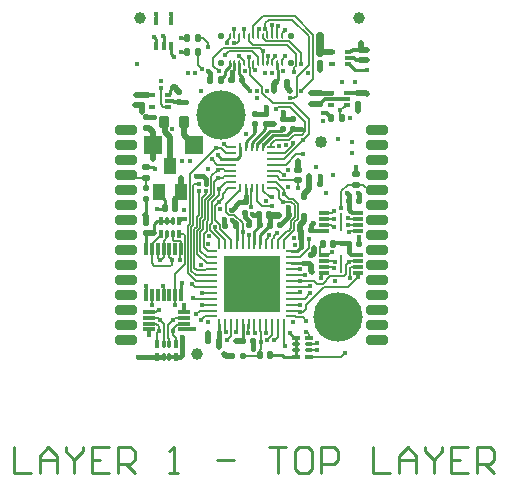
<source format=gtl>
G04*
G04 #@! TF.GenerationSoftware,Altium Limited,Altium Designer,20.1.11 (218)*
G04*
G04 Layer_Physical_Order=1*
G04 Layer_Color=255*
%FSLAX25Y25*%
%MOIN*%
G70*
G04*
G04 #@! TF.SameCoordinates,49FD3369-56E0-4B66-BF1D-E122077B7428*
G04*
G04*
G04 #@! TF.FilePolarity,Positive*
G04*
G01*
G75*
%ADD10C,0.00984*%
%ADD11C,0.01000*%
%ADD15C,0.00500*%
%ADD16R,0.03504X0.01181*%
%ADD17R,0.00787X0.06299*%
%ADD18R,0.03937X0.05512*%
G04:AMPARAMS|DCode=19|XSize=27.56mil|YSize=20.08mil|CornerRadius=5.02mil|HoleSize=0mil|Usage=FLASHONLY|Rotation=90.000|XOffset=0mil|YOffset=0mil|HoleType=Round|Shape=RoundedRectangle|*
%AMROUNDEDRECTD19*
21,1,0.02756,0.01004,0,0,90.0*
21,1,0.01752,0.02008,0,0,90.0*
1,1,0.01004,0.00502,0.00876*
1,1,0.01004,0.00502,-0.00876*
1,1,0.01004,-0.00502,-0.00876*
1,1,0.01004,-0.00502,0.00876*
%
%ADD19ROUNDEDRECTD19*%
G04:AMPARAMS|DCode=20|XSize=22.05mil|YSize=20.08mil|CornerRadius=5.02mil|HoleSize=0mil|Usage=FLASHONLY|Rotation=180.000|XOffset=0mil|YOffset=0mil|HoleType=Round|Shape=RoundedRectangle|*
%AMROUNDEDRECTD20*
21,1,0.02205,0.01004,0,0,180.0*
21,1,0.01201,0.02008,0,0,180.0*
1,1,0.01004,-0.00600,0.00502*
1,1,0.01004,0.00600,0.00502*
1,1,0.01004,0.00600,-0.00502*
1,1,0.01004,-0.00600,-0.00502*
%
%ADD20ROUNDEDRECTD20*%
G04:AMPARAMS|DCode=21|XSize=25.59mil|YSize=15.75mil|CornerRadius=3.94mil|HoleSize=0mil|Usage=FLASHONLY|Rotation=180.000|XOffset=0mil|YOffset=0mil|HoleType=Round|Shape=RoundedRectangle|*
%AMROUNDEDRECTD21*
21,1,0.02559,0.00787,0,0,180.0*
21,1,0.01772,0.01575,0,0,180.0*
1,1,0.00787,-0.00886,0.00394*
1,1,0.00787,0.00886,0.00394*
1,1,0.00787,0.00886,-0.00394*
1,1,0.00787,-0.00886,-0.00394*
%
%ADD21ROUNDEDRECTD21*%
G04:AMPARAMS|DCode=22|XSize=25.59mil|YSize=11.81mil|CornerRadius=2.95mil|HoleSize=0mil|Usage=FLASHONLY|Rotation=180.000|XOffset=0mil|YOffset=0mil|HoleType=Round|Shape=RoundedRectangle|*
%AMROUNDEDRECTD22*
21,1,0.02559,0.00591,0,0,180.0*
21,1,0.01968,0.01181,0,0,180.0*
1,1,0.00591,-0.00984,0.00295*
1,1,0.00591,0.00984,0.00295*
1,1,0.00591,0.00984,-0.00295*
1,1,0.00591,-0.00984,-0.00295*
%
%ADD22ROUNDEDRECTD22*%
G04:AMPARAMS|DCode=23|XSize=25.59mil|YSize=19.68mil|CornerRadius=1.97mil|HoleSize=0mil|Usage=FLASHONLY|Rotation=90.000|XOffset=0mil|YOffset=0mil|HoleType=Round|Shape=RoundedRectangle|*
%AMROUNDEDRECTD23*
21,1,0.02559,0.01575,0,0,90.0*
21,1,0.02165,0.01968,0,0,90.0*
1,1,0.00394,0.00787,0.01083*
1,1,0.00394,0.00787,-0.01083*
1,1,0.00394,-0.00787,-0.01083*
1,1,0.00394,-0.00787,0.01083*
%
%ADD23ROUNDEDRECTD23*%
%ADD24R,0.02165X0.01575*%
G04:AMPARAMS|DCode=25|XSize=27.56mil|YSize=20.08mil|CornerRadius=5.02mil|HoleSize=0mil|Usage=FLASHONLY|Rotation=180.000|XOffset=0mil|YOffset=0mil|HoleType=Round|Shape=RoundedRectangle|*
%AMROUNDEDRECTD25*
21,1,0.02756,0.01004,0,0,180.0*
21,1,0.01752,0.02008,0,0,180.0*
1,1,0.01004,-0.00876,0.00502*
1,1,0.01004,0.00876,0.00502*
1,1,0.01004,0.00876,-0.00502*
1,1,0.01004,-0.00876,-0.00502*
%
%ADD25ROUNDEDRECTD25*%
G04:AMPARAMS|DCode=26|XSize=15.75mil|YSize=25.59mil|CornerRadius=1.97mil|HoleSize=0mil|Usage=FLASHONLY|Rotation=180.000|XOffset=0mil|YOffset=0mil|HoleType=Round|Shape=RoundedRectangle|*
%AMROUNDEDRECTD26*
21,1,0.01575,0.02165,0,0,180.0*
21,1,0.01181,0.02559,0,0,180.0*
1,1,0.00394,-0.00591,0.01083*
1,1,0.00394,0.00591,0.01083*
1,1,0.00394,0.00591,-0.01083*
1,1,0.00394,-0.00591,-0.01083*
%
%ADD26ROUNDEDRECTD26*%
G04:AMPARAMS|DCode=27|XSize=22.05mil|YSize=20.08mil|CornerRadius=5.02mil|HoleSize=0mil|Usage=FLASHONLY|Rotation=90.000|XOffset=0mil|YOffset=0mil|HoleType=Round|Shape=RoundedRectangle|*
%AMROUNDEDRECTD27*
21,1,0.02205,0.01004,0,0,90.0*
21,1,0.01201,0.02008,0,0,90.0*
1,1,0.01004,0.00502,0.00600*
1,1,0.01004,0.00502,-0.00600*
1,1,0.01004,-0.00502,-0.00600*
1,1,0.01004,-0.00502,0.00600*
%
%ADD27ROUNDEDRECTD27*%
%ADD28R,0.03937X0.01300*%
%ADD29R,0.01300X0.03937*%
%ADD30R,0.05906X0.05906*%
%ADD31R,0.18504X0.18504*%
%ADD32O,0.03740X0.00984*%
%ADD33O,0.00984X0.03740*%
G04:AMPARAMS|DCode=34|XSize=9.84mil|YSize=25.59mil|CornerRadius=1.23mil|HoleSize=0mil|Usage=FLASHONLY|Rotation=0.000|XOffset=0mil|YOffset=0mil|HoleType=Round|Shape=RoundedRectangle|*
%AMROUNDEDRECTD34*
21,1,0.00984,0.02313,0,0,0.0*
21,1,0.00738,0.02559,0,0,0.0*
1,1,0.00246,0.00369,-0.01157*
1,1,0.00246,-0.00369,-0.01157*
1,1,0.00246,-0.00369,0.01157*
1,1,0.00246,0.00369,0.01157*
%
%ADD34ROUNDEDRECTD34*%
G04:AMPARAMS|DCode=35|XSize=9.84mil|YSize=25.59mil|CornerRadius=1.23mil|HoleSize=0mil|Usage=FLASHONLY|Rotation=90.000|XOffset=0mil|YOffset=0mil|HoleType=Round|Shape=RoundedRectangle|*
%AMROUNDEDRECTD35*
21,1,0.00984,0.02313,0,0,90.0*
21,1,0.00738,0.02559,0,0,90.0*
1,1,0.00246,0.01157,0.00369*
1,1,0.00246,0.01157,-0.00369*
1,1,0.00246,-0.01157,-0.00369*
1,1,0.00246,-0.01157,0.00369*
%
%ADD35ROUNDEDRECTD35*%
G04:AMPARAMS|DCode=36|XSize=9.45mil|YSize=17.72mil|CornerRadius=2.36mil|HoleSize=0mil|Usage=FLASHONLY|Rotation=180.000|XOffset=0mil|YOffset=0mil|HoleType=Round|Shape=RoundedRectangle|*
%AMROUNDEDRECTD36*
21,1,0.00945,0.01299,0,0,180.0*
21,1,0.00472,0.01772,0,0,180.0*
1,1,0.00472,-0.00236,0.00650*
1,1,0.00472,0.00236,0.00650*
1,1,0.00472,0.00236,-0.00650*
1,1,0.00472,-0.00236,-0.00650*
%
%ADD36ROUNDEDRECTD36*%
G04:AMPARAMS|DCode=37|XSize=19.68mil|YSize=18.5mil|CornerRadius=4.63mil|HoleSize=0mil|Usage=FLASHONLY|Rotation=180.000|XOffset=0mil|YOffset=0mil|HoleType=Round|Shape=RoundedRectangle|*
%AMROUNDEDRECTD37*
21,1,0.01968,0.00925,0,0,180.0*
21,1,0.01043,0.01850,0,0,180.0*
1,1,0.00925,-0.00522,0.00463*
1,1,0.00925,0.00522,0.00463*
1,1,0.00925,0.00522,-0.00463*
1,1,0.00925,-0.00522,-0.00463*
%
%ADD37ROUNDEDRECTD37*%
G04:AMPARAMS|DCode=38|XSize=39.37mil|YSize=35.43mil|CornerRadius=4.43mil|HoleSize=0mil|Usage=FLASHONLY|Rotation=90.000|XOffset=0mil|YOffset=0mil|HoleType=Round|Shape=RoundedRectangle|*
%AMROUNDEDRECTD38*
21,1,0.03937,0.02657,0,0,90.0*
21,1,0.03051,0.03543,0,0,90.0*
1,1,0.00886,0.01329,0.01526*
1,1,0.00886,0.01329,-0.01526*
1,1,0.00886,-0.01329,-0.01526*
1,1,0.00886,-0.01329,0.01526*
%
%ADD38ROUNDEDRECTD38*%
G04:AMPARAMS|DCode=39|XSize=25.59mil|YSize=15.75mil|CornerRadius=3.94mil|HoleSize=0mil|Usage=FLASHONLY|Rotation=90.000|XOffset=0mil|YOffset=0mil|HoleType=Round|Shape=RoundedRectangle|*
%AMROUNDEDRECTD39*
21,1,0.02559,0.00787,0,0,90.0*
21,1,0.01772,0.01575,0,0,90.0*
1,1,0.00787,0.00394,0.00886*
1,1,0.00787,0.00394,-0.00886*
1,1,0.00787,-0.00394,-0.00886*
1,1,0.00787,-0.00394,0.00886*
%
%ADD39ROUNDEDRECTD39*%
G04:AMPARAMS|DCode=40|XSize=25.59mil|YSize=11.81mil|CornerRadius=2.95mil|HoleSize=0mil|Usage=FLASHONLY|Rotation=90.000|XOffset=0mil|YOffset=0mil|HoleType=Round|Shape=RoundedRectangle|*
%AMROUNDEDRECTD40*
21,1,0.02559,0.00591,0,0,90.0*
21,1,0.01968,0.01181,0,0,90.0*
1,1,0.00591,0.00295,0.00984*
1,1,0.00591,0.00295,-0.00984*
1,1,0.00591,-0.00295,-0.00984*
1,1,0.00591,-0.00295,0.00984*
%
%ADD40ROUNDEDRECTD40*%
%ADD41R,0.01575X0.01575*%
%ADD69C,0.04000*%
%ADD72C,0.03937*%
%ADD73C,0.00800*%
%ADD74C,0.01968*%
%ADD75C,0.01575*%
%ADD76C,0.01968*%
%ADD77C,0.01200*%
%ADD78C,0.01500*%
%ADD79C,0.00924*%
%ADD80C,0.01378*%
%ADD81C,0.00984*%
%ADD82C,0.02000*%
%ADD83C,0.01900*%
%ADD84C,0.01181*%
%ADD85C,0.01908*%
%ADD86C,0.02500*%
%ADD87C,0.00600*%
%ADD88C,0.00787*%
%ADD89C,0.02205*%
%ADD90C,0.00884*%
%ADD91C,0.01475*%
%ADD92C,0.00591*%
%ADD93C,0.01081*%
G04:AMPARAMS|DCode=94|XSize=31.5mil|YSize=70.87mil|CornerRadius=7.87mil|HoleSize=0mil|Usage=FLASHONLY|Rotation=270.000|XOffset=0mil|YOffset=0mil|HoleType=Round|Shape=RoundedRectangle|*
%AMROUNDEDRECTD94*
21,1,0.03150,0.05512,0,0,270.0*
21,1,0.01575,0.07087,0,0,270.0*
1,1,0.01575,-0.02756,-0.00787*
1,1,0.01575,-0.02756,0.00787*
1,1,0.01575,0.02756,0.00787*
1,1,0.01575,0.02756,-0.00787*
%
%ADD94ROUNDEDRECTD94*%
%ADD95C,0.16500*%
%ADD96C,0.01772*%
D10*
X57142Y38386D02*
X58542Y39787D01*
X55217Y38386D02*
X57142D01*
D11*
X12772Y52563D02*
X13011Y52802D01*
X10500Y52563D02*
X12772D01*
X6692Y66536D02*
X9212D01*
X9842Y65906D01*
X13011Y52802D02*
Y55530D01*
X10960Y57582D02*
X13011Y55530D01*
X10960Y57582D02*
Y58369D01*
X55913Y9933D02*
X56201Y9646D01*
X54700Y11200D02*
Y11200D01*
X55913Y9933D02*
Y9987D01*
X56692Y3347D02*
Y9646D01*
X54700Y11200D02*
X55913Y9987D01*
X14658Y90929D02*
Y92077D01*
X14102Y90642D02*
X14371D01*
X14658Y90929D01*
Y92077D02*
X15630Y93049D01*
X18342Y109406D02*
X20571D01*
X18342Y104907D02*
X20571D01*
X30800Y70400D02*
X30800D01*
X31909Y69291D01*
X35433D01*
X37099Y69299D02*
X37984Y70184D01*
X35441Y69299D02*
X37099D01*
X37984Y70184D02*
Y73220D01*
X37992Y73228D01*
X35433Y69291D02*
X35441Y69299D01*
X50070Y94906D02*
X50602Y95438D01*
X53740Y77131D02*
X55744Y79135D01*
X48997Y77131D02*
X53740D01*
X45866Y74000D02*
X48997Y77131D01*
X45866Y73228D02*
Y74000D01*
X55744Y79135D02*
X55842D01*
X35322Y98304D02*
X36220Y99202D01*
X35322Y98208D02*
Y98304D01*
X36688Y47048D02*
X37008Y46728D01*
X15630Y93049D02*
X15751D01*
X56201Y9646D02*
X56692D01*
X38976Y8465D02*
Y14272D01*
Y8465D02*
X38977Y8465D01*
X44882Y43955D02*
X47373Y46447D01*
X47437D01*
X47941Y46951D01*
Y47048D01*
X47940Y46950D02*
X47941Y46951D01*
Y47048D01*
X44882Y40847D02*
Y43955D01*
X42913Y40847D02*
Y45177D01*
X44685Y46948D01*
Y47048D01*
X37008Y42217D02*
Y46728D01*
X37795Y97467D02*
X38614Y96648D01*
X37795Y97467D02*
Y101083D01*
X36220Y99202D02*
Y101083D01*
X31614Y95406D02*
Y95779D01*
X33029Y97195D02*
Y98585D01*
X31614Y95779D02*
X33029Y97195D01*
X34646Y100202D02*
Y101083D01*
X33029Y98585D02*
X34646Y100202D01*
X6342Y50406D02*
X6692Y50756D01*
Y55906D01*
X52602Y3347D02*
X56692D01*
X52102Y3847D02*
X52602Y3347D01*
X48228Y3847D02*
X52102D01*
X6692Y23781D02*
Y26906D01*
X39960Y56924D02*
Y59449D01*
X9342Y44406D02*
Y47406D01*
X10362Y48426D01*
X11614D01*
X50393Y99095D02*
Y101083D01*
Y99095D02*
X50602Y98886D01*
Y95438D02*
Y98886D01*
X76322Y98906D02*
X80342D01*
X74290Y100938D02*
X76322Y98906D01*
X74000Y100938D02*
X74290D01*
X18503Y23781D02*
Y27567D01*
X18842Y27906D01*
X-37381Y-26774D02*
Y-35433D01*
X-31608D01*
X-28722D02*
Y-29661D01*
X-25836Y-26774D01*
X-22950Y-29661D01*
Y-35433D01*
Y-31104D01*
X-28722D01*
X-20063Y-26774D02*
Y-28218D01*
X-17177Y-31104D01*
X-14291Y-28218D01*
Y-26774D01*
X-17177Y-31104D02*
Y-35433D01*
X-5632Y-26774D02*
X-11405D01*
Y-35433D01*
X-5632D01*
X-11405Y-31104D02*
X-8518D01*
X-2746Y-35433D02*
Y-26774D01*
X1583D01*
X3026Y-28218D01*
Y-31104D01*
X1583Y-32547D01*
X-2746D01*
X140D02*
X3026Y-35433D01*
X14571D02*
X17457D01*
X16014D01*
Y-26774D01*
X14571Y-28218D01*
X30445Y-31104D02*
X36218D01*
X47763Y-26774D02*
X53535D01*
X50649D01*
Y-35433D01*
X60750Y-26774D02*
X57864D01*
X56421Y-28218D01*
Y-33990D01*
X57864Y-35433D01*
X60750D01*
X62194Y-33990D01*
Y-28218D01*
X60750Y-26774D01*
X65080Y-35433D02*
Y-26774D01*
X69409D01*
X70852Y-28218D01*
Y-31104D01*
X69409Y-32547D01*
X65080D01*
X82397Y-26774D02*
Y-35433D01*
X88169D01*
X91056D02*
Y-29661D01*
X93942Y-26774D01*
X96828Y-29661D01*
Y-35433D01*
Y-31104D01*
X91056D01*
X99714Y-26774D02*
Y-28218D01*
X102600Y-31104D01*
X105487Y-28218D01*
Y-26774D01*
X102600Y-31104D02*
Y-35433D01*
X114145Y-26774D02*
X108373D01*
Y-35433D01*
X114145D01*
X108373Y-31104D02*
X111259D01*
X117032Y-35433D02*
Y-26774D01*
X121361D01*
X122804Y-28218D01*
Y-31104D01*
X121361Y-32547D01*
X117032D01*
X119918D02*
X122804Y-35433D01*
D15*
X18142Y35506D02*
Y38850D01*
Y35428D02*
Y35506D01*
X7638Y18308D02*
X10220D01*
X10758Y18846D01*
X11100D01*
X18142Y38850D02*
X18504Y39212D01*
X18503D02*
Y41543D01*
X15748Y42231D02*
Y44095D01*
Y42231D02*
X16041Y41938D01*
X18108D01*
X18503Y41543D01*
X29635Y45660D02*
X33071Y42224D01*
X29635Y45660D02*
Y46699D01*
X33071Y40847D02*
Y42224D01*
X35039Y40847D02*
Y42110D01*
X31362Y45787D02*
Y47285D01*
Y45787D02*
X35039Y42110D01*
X29777Y53570D02*
X32284Y56077D01*
X57300Y62128D02*
X57436Y61993D01*
Y59700D02*
Y61993D01*
X51572Y62128D02*
X57300D01*
X50314Y63386D02*
X51572Y62128D01*
X48425Y63386D02*
X50314D01*
X21942Y27706D02*
X23073Y26575D01*
X28642D01*
X55800Y73887D02*
Y74671D01*
X55764Y74707D02*
X55800Y74671D01*
X53173Y71260D02*
X55800Y73887D01*
X48425Y71260D02*
X53173D01*
X39370Y110335D02*
Y112406D01*
X6692Y59449D02*
Y62993D01*
X52764Y69300D02*
X59064Y75600D01*
X59082D02*
X61100Y77618D01*
Y82476D01*
X59064Y75600D02*
X59082D01*
X48434Y69300D02*
X52764D01*
X56800Y70800D02*
X59064D01*
X40944Y99995D02*
Y101083D01*
Y103008D01*
X55936Y77236D02*
X58707D01*
X54400Y75700D02*
X55936Y77236D01*
X50741Y86541D02*
X54853D01*
X59900Y81493D01*
Y78429D02*
Y81493D01*
X58707Y77236D02*
X59900Y78429D01*
X55776Y87800D02*
X61100Y82476D01*
X53300Y67300D02*
X56800Y70800D01*
X16535Y20406D02*
Y30906D01*
X15748Y12008D02*
Y12599D01*
Y10434D02*
Y12008D01*
X61023Y9646D02*
Y10825D01*
X60142Y11706D02*
X61023Y10825D01*
X58558Y91906D02*
X62500Y95847D01*
X3781Y62993D02*
X6692D01*
X2955Y63819D02*
X3781Y62993D01*
X48938Y87800D02*
X55776D01*
X71516Y83504D02*
X72115Y82906D01*
X71500Y84283D02*
Y85500D01*
Y84283D02*
X71516Y84267D01*
Y83504D02*
Y84267D01*
X72667Y86667D02*
X73183D01*
X71500Y85500D02*
X71500D01*
X72667Y86667D01*
X73183D02*
X73720Y87205D01*
X74506Y44966D02*
X74875Y45335D01*
X74941D01*
X74543Y35043D02*
X77082D01*
X77350Y35312D01*
X73442Y33942D02*
X74543Y35043D01*
X73442Y30806D02*
Y33942D01*
X74642Y32829D02*
X75156Y33343D01*
X74642Y29606D02*
Y32829D01*
X75156Y33343D02*
X77350D01*
X67331Y37280D02*
X68063Y38013D01*
X66169Y37280D02*
X67331D01*
X68063Y38013D02*
X68560D01*
X68803Y38256D01*
X52756Y57548D02*
Y58844D01*
X50182Y61418D02*
X52756Y58844D01*
Y57548D02*
X54304Y56000D01*
X50787Y42356D02*
X51030Y42598D01*
X53330Y44933D02*
X53646Y45249D01*
X49392Y43556D02*
X50442Y44606D01*
X51030Y42633D02*
X53330Y44933D01*
X50787Y40847D02*
Y42356D01*
X51030Y42598D02*
Y42633D01*
X53330Y44933D02*
X53330D01*
X53646Y45249D02*
X54286D01*
X29777Y48871D02*
X31362Y47285D01*
X29777Y48871D02*
Y53570D01*
X45580Y53426D02*
X48628D01*
X48128Y56400D02*
X48900D01*
X51146Y65354D02*
X52700Y63800D01*
X45866Y58662D02*
X48128Y56400D01*
X47526Y43538D02*
X47769Y43782D01*
X47526Y42808D02*
Y43538D01*
X46850Y42132D02*
X47526Y42808D01*
X49392Y42956D02*
Y43556D01*
X48819Y42383D02*
X49392Y42956D01*
X40936Y40856D02*
X40945Y40847D01*
X40936Y40856D02*
Y43789D01*
X40928Y43798D02*
X40936Y43789D01*
X39000Y40870D02*
Y47872D01*
X49800Y75700D02*
X54400D01*
X36220Y110335D02*
Y112406D01*
X32700Y74200D02*
X33671Y73229D01*
X30100Y72800D02*
X31772D01*
X33312Y71260D01*
X33671Y73229D02*
X35432D01*
X54304Y56000D02*
X55600D01*
X57492Y54108D01*
X51121Y56279D02*
X52400Y55000D01*
X51121Y56279D02*
Y58529D01*
X50200Y59449D02*
X51121Y58529D01*
X29442Y61556D02*
X30832Y62946D01*
X28592Y54756D02*
X31092Y57256D01*
Y59256D01*
X33254Y61418D01*
X32284Y56077D02*
Y57548D01*
X34184Y59449D01*
X35432D01*
X50200Y86000D02*
X50741Y86541D01*
X54603Y89537D02*
X54612Y89546D01*
X56219D01*
X45423Y91315D02*
X48938Y87800D01*
X28442Y63455D02*
X30667Y65679D01*
X30867D01*
X45422Y91678D02*
X45423Y91678D01*
Y91315D02*
Y91678D01*
X45422Y91678D02*
Y93276D01*
X33312Y71260D02*
X35433D01*
X30072Y72800D02*
X30100D01*
X21522Y64251D02*
X30072Y72800D01*
X21522Y47549D02*
Y64251D01*
X28722Y69137D02*
X28722D01*
X30543Y67315D01*
X35425D01*
X35433Y67323D01*
X48448Y67300D02*
X53300D01*
X73971Y60635D02*
X79156D01*
X48425Y74325D02*
X49800Y75700D01*
X48425Y73228D02*
Y74325D01*
Y69291D02*
X48434Y69300D01*
X48425Y67323D02*
X48448Y67300D01*
X57492Y49356D02*
Y54108D01*
X48425Y61418D02*
X50182D01*
X56442Y49806D02*
Y53743D01*
X52400Y55000D02*
X55186D01*
X56442Y53743D01*
X48425Y59449D02*
X50200D01*
X48425Y65354D02*
X51146D01*
X54286Y45249D02*
X55152Y46116D01*
Y48516D01*
X56212Y45695D02*
Y48076D01*
X57492Y49356D01*
X55152Y48516D02*
X56442Y49806D01*
X52756Y42239D02*
X56212Y45695D01*
X45866Y58662D02*
Y59449D01*
X43897Y55108D02*
X45580Y53426D01*
X41914Y53177D02*
X41914Y53177D01*
Y59433D01*
X41929Y59449D01*
X43897Y55108D02*
Y59449D01*
X33407Y54230D02*
X37992Y58816D01*
X33407Y51618D02*
Y54230D01*
Y51618D02*
X34379Y50646D01*
X36226D01*
X28592Y47986D02*
Y54756D01*
X27532Y48715D02*
Y55176D01*
X26502Y49229D02*
Y55565D01*
X27942Y47336D02*
X28592Y47986D01*
X27942Y45707D02*
Y47336D01*
X26937Y45301D02*
Y48120D01*
X25892Y45749D02*
Y48619D01*
X24919Y44776D02*
X25892Y45749D01*
X24872Y46229D02*
Y49215D01*
X23919Y45276D02*
X24872Y46229D01*
X25422Y49765D02*
Y56096D01*
X24409Y50493D02*
Y58543D01*
X23692Y49776D02*
X24409Y50493D01*
X29442Y57086D02*
Y61556D01*
X27532Y55176D02*
X29442Y57086D01*
X28442Y57505D02*
Y63455D01*
X26502Y55565D02*
X28442Y57505D01*
X27942Y45707D02*
X31102Y42547D01*
X25922Y39914D02*
Y44286D01*
X24919Y38664D02*
Y44776D01*
X23919Y37695D02*
Y45276D01*
X22919Y33008D02*
Y45786D01*
X21919Y31988D02*
Y46472D01*
X20919Y31169D02*
Y46946D01*
X19291Y44095D02*
X19919Y43467D01*
Y34290D02*
Y43467D01*
X25922Y44286D02*
X26937Y45301D01*
X23692Y46559D02*
Y49776D01*
X22919Y45786D02*
X23692Y46559D01*
X22572Y47125D02*
Y60436D01*
X21919Y46472D02*
X22572Y47125D01*
X20919Y46946D02*
X21522Y47549D01*
X12598Y39212D02*
Y41962D01*
Y36456D02*
Y39212D01*
X11292Y35456D02*
X11598D01*
X12598Y36456D01*
X16732Y7481D02*
Y9450D01*
X15748Y10434D02*
X16732Y9450D01*
X15342Y34042D02*
Y35713D01*
X14868Y33568D02*
X15342Y34042D01*
X9564Y33568D02*
X14868D01*
X68677Y51241D02*
X69342Y51906D01*
X44155Y112325D02*
X44313Y112483D01*
X44094Y110335D02*
X44155Y110396D01*
Y112325D01*
X46576Y114376D02*
X47900Y115700D01*
X46576Y112345D02*
Y114376D01*
X32400Y106200D02*
X44600D01*
X45700Y105100D01*
Y101113D02*
Y105100D01*
X45669Y101083D02*
X45700Y101113D01*
X47293Y103343D02*
X47342Y103393D01*
X47293Y101132D02*
Y103343D01*
X42300Y107300D02*
X53700D01*
X41000Y108600D02*
X42300Y107300D01*
X53700D02*
X56707Y104293D01*
X41000Y108600D02*
Y110280D01*
X56707Y100287D02*
Y104293D01*
X56142Y99723D02*
X56707Y100287D01*
X56142Y98206D02*
Y99723D01*
X47022Y110557D02*
X47244Y110335D01*
X47022Y110557D02*
Y111899D01*
X46576Y112345D02*
X47022Y111899D01*
X29200Y103000D02*
X32400Y106200D01*
X34422Y105106D02*
X42142D01*
X33062Y103746D02*
X34422Y105106D01*
X42142D02*
X44094Y103154D01*
X37842Y103406D02*
X39370Y101878D01*
Y101083D02*
Y101878D01*
X29200Y100308D02*
Y103000D01*
Y100308D02*
X31102Y98406D01*
X47900Y115700D02*
X55400D01*
X48628Y113849D02*
X48630Y113848D01*
Y110524D02*
Y113848D01*
X55400Y115700D02*
X61000Y110100D01*
Y100463D02*
Y110100D01*
X56923Y96386D02*
X61000Y100463D01*
X56219Y89546D02*
X56923Y90249D01*
Y96386D01*
X42520Y113558D02*
X45861Y116900D01*
X56300D02*
X62500Y110700D01*
X45861Y116900D02*
X56300D01*
X62500Y95847D02*
Y110700D01*
X52191Y110557D02*
Y111152D01*
X53000Y111960D01*
Y112100D01*
X51969Y110335D02*
X52191Y110557D01*
X50394Y110335D02*
Y112550D01*
X50900Y113056D01*
Y113400D01*
X48630Y110524D02*
X48819Y110335D01*
X42524Y99698D02*
X43000Y99222D01*
X42519Y101083D02*
X42524Y101078D01*
Y99698D02*
Y101078D01*
X43000Y98878D02*
Y99222D01*
X41364Y97334D02*
Y99575D01*
Y97334D02*
X45422Y93276D01*
X40944Y99995D02*
X41364Y99575D01*
X42520Y110335D02*
Y113558D01*
X46757Y108542D02*
X54259D01*
X58342Y104458D01*
X45892Y109406D02*
X46757Y108542D01*
X58342Y100906D02*
Y104458D01*
X47244Y101083D02*
X47293Y101132D01*
X45892Y109406D02*
Y110112D01*
X45669Y110335D02*
X45892Y110112D01*
X40945Y110335D02*
X41000Y110280D01*
X74175Y26546D02*
X77350Y29721D01*
X49580Y8795D02*
X49590Y8806D01*
X49642D01*
X52756Y7244D02*
Y14272D01*
Y7244D02*
X53000Y7000D01*
X65142Y37280D02*
X66169D01*
X40944Y103008D02*
X41242Y103306D01*
X14566Y36489D02*
Y39212D01*
Y36489D02*
X15342Y35713D01*
X47242Y8806D02*
X48819Y10383D01*
Y14272D01*
X50787Y9951D02*
Y14272D01*
X49642Y8806D02*
X50787Y9951D01*
X60942Y39437D02*
Y42706D01*
X57923Y36417D02*
X60942Y39437D01*
X55217Y36417D02*
X57923D01*
X46850Y40847D02*
Y42132D01*
X38976Y40847D02*
X39000Y40870D01*
X36226Y50646D02*
X39000Y47872D01*
X30832Y62946D02*
X32277D01*
X32717Y63386D02*
X35432D01*
X32277Y62946D02*
X32717Y63386D01*
X32717Y65880D02*
X33242Y65354D01*
X30867Y65880D02*
X32717D01*
X33242Y65354D02*
X35433D01*
X64742Y40105D02*
X65657Y41020D01*
X64742Y37680D02*
Y40105D01*
X66169Y47304D02*
X68444D01*
X66169Y51241D02*
X68677D01*
X68444Y47304D02*
X69342Y46406D01*
X66169Y49272D02*
X69342D01*
X52756Y40847D02*
Y42239D01*
X44094Y101083D02*
Y103154D01*
X33071Y11677D02*
Y14272D01*
Y11677D02*
X33342Y11406D01*
X25342Y24607D02*
X28642D01*
X7638Y14371D02*
X10235D01*
X11217Y13389D01*
Y12008D02*
Y13389D01*
X22810Y22638D02*
X28642D01*
X22542Y22906D02*
X22810Y22638D01*
X27450Y38386D02*
X28642D01*
X25922Y39914D02*
X27450Y38386D01*
X26937Y48120D02*
X27532Y48715D01*
X55216Y32481D02*
X58177D01*
X42913Y11535D02*
Y14272D01*
Y11535D02*
X43242Y11206D01*
X79156Y60635D02*
X80972Y58819D01*
X68685Y33343D02*
X69287Y32741D01*
X66169Y33343D02*
X68685D01*
X31102Y40847D02*
Y42547D01*
X10629Y36119D02*
Y39212D01*
Y36119D02*
X11292Y35456D01*
X37008Y11615D02*
Y14272D01*
X36811Y11418D02*
X37008Y11615D01*
X58177Y28544D02*
X62815D01*
X63753Y27606D01*
X65772D01*
X68242Y30076D01*
X72712D01*
X73442Y30806D01*
X24114Y100574D02*
Y104907D01*
Y100574D02*
X25342Y99346D01*
X64742Y37680D02*
X65142Y37280D01*
X20919Y31169D02*
X23544Y28544D01*
X28642D01*
X12563Y86705D02*
X14102D01*
X11782Y87486D02*
X12563Y86705D01*
X11782Y87486D02*
Y92816D01*
X55216Y30512D02*
X59842D01*
X61023Y5512D02*
X63742D01*
X27165Y34449D02*
X28642D01*
X23919Y37695D02*
X27165Y34449D01*
X24872Y49215D02*
X25422Y49765D01*
Y56096D02*
X26771Y57445D01*
Y58543D01*
X59692Y22638D02*
X61511Y24457D01*
X55216Y22638D02*
X59692D01*
X65923Y26546D02*
X74175D01*
X60042Y20665D02*
X65923Y26546D01*
X60042Y19106D02*
Y20665D01*
X59042Y18106D02*
X60042Y19106D01*
X58242Y18106D02*
X59042D01*
X24114Y109406D02*
X25842D01*
X27342Y107906D01*
Y106406D02*
Y107906D01*
X17519Y14371D02*
X19526D01*
X15748Y12599D02*
X17519Y14371D01*
X14566Y7481D02*
Y9181D01*
X14057Y9690D02*
X14566Y9181D01*
X14057Y9690D02*
Y13861D01*
X15748Y15552D01*
X37992Y58816D02*
Y59449D01*
X69750Y34938D02*
X69867D01*
X69376Y35312D02*
X69750Y34938D01*
X66169Y35312D02*
X69376D01*
X8661Y34471D02*
X9564Y33568D01*
X46850Y11221D02*
Y14272D01*
X11614Y43879D02*
Y44095D01*
X8661Y40926D02*
X11614Y43879D01*
X8661Y34471D02*
Y40926D01*
X24637Y18701D02*
X28642D01*
X23342Y17406D02*
X24637Y18701D01*
X55216Y24607D02*
X57943D01*
X58142Y24806D01*
X10433Y11224D02*
X11217Y12008D01*
X10433Y7481D02*
Y11224D01*
X48819Y40847D02*
Y42383D01*
X33254Y61418D02*
X35432D01*
X33742Y9006D02*
X35039Y10303D01*
Y14272D01*
X16535Y30906D02*
X19919Y34290D01*
X17913Y44095D02*
X19291D01*
X23041Y60905D02*
X24409D01*
X22572Y60436D02*
X23041Y60905D01*
X21919Y31988D02*
X23395Y30512D01*
X28642D01*
X61181Y26575D02*
X61492Y26886D01*
X55216Y26575D02*
X61181D01*
X27165Y36418D02*
X28642D01*
X24919Y38664D02*
X27165Y36418D01*
X25892Y48619D02*
X26502Y49229D01*
X12401Y26906D02*
X12598Y26709D01*
Y23781D02*
Y26709D01*
X63317Y7481D02*
X63642Y7806D01*
X61023Y7481D02*
X63317D01*
X55216Y28544D02*
X58177D01*
X22919Y33008D02*
X23851Y32076D01*
X26381D01*
X26786Y32481D01*
X28642D01*
X8661Y20406D02*
Y23781D01*
X7638Y16339D02*
X10630D01*
X11417Y15552D01*
X13779Y43143D02*
Y44095D01*
X12598Y41962D02*
X13779Y43143D01*
X25142Y15506D02*
X26369Y16733D01*
X28642D01*
X25542Y20670D02*
X28642D01*
X12598Y7481D02*
Y9661D01*
X12903Y9966D01*
Y14065D01*
X11417Y15552D02*
X12903Y14065D01*
X61023Y3347D02*
X71883D01*
X73242Y4706D01*
X71772Y52846D02*
Y58436D01*
X73971Y60635D01*
X15748Y15552D02*
X16535Y16339D01*
X19526D01*
D16*
X66169Y37280D02*
D03*
Y35312D02*
D03*
Y33343D02*
D03*
Y31375D02*
D03*
X77350D02*
D03*
Y33343D02*
D03*
Y35312D02*
D03*
Y37280D02*
D03*
X66169Y51240D02*
D03*
Y49272D02*
D03*
Y47304D02*
D03*
Y45335D02*
D03*
X77350D02*
D03*
Y47304D02*
D03*
Y49272D02*
D03*
Y51240D02*
D03*
D17*
X71760Y34327D02*
D03*
Y48288D02*
D03*
D18*
X10960Y58369D02*
D03*
X14700Y67031D02*
D03*
X18440Y58369D02*
D03*
D19*
X20571Y109406D02*
D03*
X24115D02*
D03*
Y104907D02*
D03*
X20571D02*
D03*
X28070Y95406D02*
D03*
X31614D02*
D03*
X72115Y82906D02*
D03*
X68571D02*
D03*
X48229Y3847D02*
D03*
X44685D02*
D03*
X47835Y50591D02*
D03*
X44291D02*
D03*
X65657Y41020D02*
D03*
X69201D02*
D03*
X16555Y52802D02*
D03*
X13011D02*
D03*
D20*
X78342Y102134D02*
D03*
Y105677D02*
D03*
X64842Y104677D02*
D03*
Y101134D02*
D03*
X6692Y59449D02*
D03*
Y55906D02*
D03*
X61843Y33635D02*
D03*
Y37178D02*
D03*
X6889Y79528D02*
D03*
Y83071D02*
D03*
X5342Y87134D02*
D03*
Y90677D02*
D03*
X43100Y84372D02*
D03*
Y80828D02*
D03*
X52342Y82678D02*
D03*
Y79135D02*
D03*
X55842D02*
D03*
Y82678D02*
D03*
X39741Y54777D02*
D03*
Y51234D02*
D03*
X46900Y80828D02*
D03*
Y84372D02*
D03*
X77558Y87599D02*
D03*
Y91142D02*
D03*
X17842Y88135D02*
D03*
Y91678D02*
D03*
X64763Y87599D02*
D03*
Y91142D02*
D03*
X6692Y44489D02*
D03*
Y48032D02*
D03*
D21*
X61023Y3347D02*
D03*
Y9646D02*
D03*
X56693Y3347D02*
D03*
Y9646D02*
D03*
D22*
X61023Y7480D02*
D03*
Y5512D02*
D03*
X56693D02*
D03*
Y7480D02*
D03*
D23*
X59342Y49861D02*
D03*
Y56948D02*
D03*
D24*
X74000Y100938D02*
D03*
Y102906D02*
D03*
Y104875D02*
D03*
X68685D02*
D03*
Y100938D02*
D03*
X73720Y87205D02*
D03*
Y89173D02*
D03*
Y91142D02*
D03*
X68405D02*
D03*
Y87205D02*
D03*
X14102Y86705D02*
D03*
Y88673D02*
D03*
Y90642D02*
D03*
X8787D02*
D03*
Y86705D02*
D03*
D25*
X76842Y60635D02*
D03*
Y64178D02*
D03*
X6692Y66536D02*
D03*
Y62993D02*
D03*
X57300Y62128D02*
D03*
Y65672D02*
D03*
D26*
X10039Y115060D02*
D03*
X15157D02*
D03*
Y106989D02*
D03*
X12598D02*
D03*
X10039D02*
D03*
D27*
X35071Y95406D02*
D03*
X38615D02*
D03*
X50070Y94906D02*
D03*
X53614D02*
D03*
X64615Y60907D02*
D03*
X61071D02*
D03*
X74319Y41020D02*
D03*
X77862D02*
D03*
X36689Y46948D02*
D03*
X33145D02*
D03*
X31103Y8465D02*
D03*
X27559D02*
D03*
X47941Y47048D02*
D03*
X51484D02*
D03*
X50787Y50591D02*
D03*
X54331D02*
D03*
X74319Y55375D02*
D03*
X77862D02*
D03*
X44685Y47048D02*
D03*
X41142D02*
D03*
X38977Y8465D02*
D03*
X42520D02*
D03*
X39054Y3544D02*
D03*
X35511D02*
D03*
X58070Y45406D02*
D03*
X61614D02*
D03*
D28*
X7638Y12402D02*
D03*
Y14371D02*
D03*
Y16339D02*
D03*
Y18308D02*
D03*
X19526D02*
D03*
Y16339D02*
D03*
Y14371D02*
D03*
Y12402D02*
D03*
D29*
X6693Y23780D02*
D03*
X8662D02*
D03*
X10630D02*
D03*
X12599D02*
D03*
X14567D02*
D03*
Y39212D02*
D03*
X12599D02*
D03*
X10630D02*
D03*
X8662D02*
D03*
X6693D02*
D03*
X16536Y23780D02*
D03*
X18504D02*
D03*
X16536Y39212D02*
D03*
X18504D02*
D03*
D30*
X22835Y73819D02*
D03*
X9055D02*
D03*
D31*
X41929Y27559D02*
D03*
D32*
X28642Y16732D02*
D03*
Y18701D02*
D03*
Y20669D02*
D03*
Y22638D02*
D03*
Y24606D02*
D03*
Y26575D02*
D03*
Y28543D02*
D03*
Y30512D02*
D03*
Y32480D02*
D03*
Y34449D02*
D03*
Y36417D02*
D03*
Y38386D02*
D03*
X55217D02*
D03*
Y36417D02*
D03*
Y34449D02*
D03*
Y32480D02*
D03*
Y30512D02*
D03*
Y28543D02*
D03*
Y26575D02*
D03*
Y24606D02*
D03*
Y22638D02*
D03*
Y20669D02*
D03*
Y18701D02*
D03*
Y16732D02*
D03*
D33*
X31102Y40847D02*
D03*
X33071D02*
D03*
X35039D02*
D03*
X37008D02*
D03*
X38976D02*
D03*
X40945D02*
D03*
X42913D02*
D03*
X44882D02*
D03*
X46850D02*
D03*
X48819D02*
D03*
X50787D02*
D03*
X52756D02*
D03*
Y14272D02*
D03*
X50787D02*
D03*
X48819D02*
D03*
X46850D02*
D03*
X44882D02*
D03*
X42913D02*
D03*
X40945D02*
D03*
X38976D02*
D03*
X37008D02*
D03*
X35039D02*
D03*
X33071D02*
D03*
X31102D02*
D03*
D34*
X45866Y73228D02*
D03*
X43898D02*
D03*
X41929D02*
D03*
X39961D02*
D03*
X37992D02*
D03*
Y59449D02*
D03*
X39961D02*
D03*
X41929D02*
D03*
X43898D02*
D03*
X45866D02*
D03*
D35*
X35433Y63386D02*
D03*
Y65354D02*
D03*
Y67323D02*
D03*
Y69291D02*
D03*
Y71260D02*
D03*
Y73228D02*
D03*
Y61417D02*
D03*
Y59449D02*
D03*
X48425Y73228D02*
D03*
Y71260D02*
D03*
Y59449D02*
D03*
Y61417D02*
D03*
Y63386D02*
D03*
Y65354D02*
D03*
Y67323D02*
D03*
Y69291D02*
D03*
D36*
X42520Y110335D02*
D03*
X44094D02*
D03*
X45669D02*
D03*
X47244D02*
D03*
X48819D02*
D03*
X50394D02*
D03*
X51969D02*
D03*
X40945D02*
D03*
X39370D02*
D03*
X37795D02*
D03*
X36220D02*
D03*
X34646D02*
D03*
X42520Y101083D02*
D03*
X44094D02*
D03*
X45669D02*
D03*
X47244D02*
D03*
X48819D02*
D03*
X50394D02*
D03*
X51969D02*
D03*
X40945D02*
D03*
X39370D02*
D03*
X37795D02*
D03*
X36220D02*
D03*
X34646D02*
D03*
D37*
X31693Y101201D02*
D03*
Y110217D02*
D03*
X54921D02*
D03*
Y101201D02*
D03*
D38*
X19291Y81693D02*
D03*
X12599D02*
D03*
D39*
X11614Y44095D02*
D03*
X17914D02*
D03*
X11614Y48426D02*
D03*
X17914D02*
D03*
X16733Y7481D02*
D03*
X10433D02*
D03*
X16733Y3150D02*
D03*
X10433D02*
D03*
D40*
X15748Y44095D02*
D03*
X13780D02*
D03*
Y48426D02*
D03*
X15748D02*
D03*
X12599Y7481D02*
D03*
X14567D02*
D03*
Y3150D02*
D03*
X12599D02*
D03*
D41*
X26772Y60905D02*
D03*
Y58543D02*
D03*
X24409D02*
D03*
Y60905D02*
D03*
D69*
X65047Y74906D02*
D03*
D72*
X23700Y4300D02*
D03*
X4724Y116142D02*
D03*
X77842D02*
D03*
D73*
X48819Y101083D02*
X48891Y101155D01*
Y102365D01*
X49656Y103129D01*
Y103393D01*
X36242Y107906D02*
X37042D01*
X33842Y108006D02*
Y108706D01*
X34645Y109509D01*
Y110335D01*
X51968Y102332D02*
X53042Y103406D01*
X51968Y101083D02*
Y102332D01*
X37042Y107906D02*
X37795Y108659D01*
Y110335D01*
D74*
X18440Y58369D02*
X18503Y58433D01*
Y62946D01*
X16555Y52802D02*
X16574Y52822D01*
Y55716D01*
X18440Y57582D01*
Y58369D01*
D75*
X23372Y63616D02*
X25812D01*
X26771Y60905D02*
Y62657D01*
X25812Y63616D02*
X26771Y62657D01*
X64173Y91142D02*
X68405D01*
X42520Y5906D02*
Y8465D01*
D76*
X14700Y67031D02*
Y76539D01*
X12932Y78307D02*
X14700Y76539D01*
X12932Y78307D02*
Y81359D01*
X12598Y81693D02*
X12932Y81359D01*
X35509Y3542D02*
X35511Y3544D01*
X33458Y3542D02*
X35509D01*
X32800Y4200D02*
X33458Y3542D01*
X31100Y6700D02*
X31102Y6702D01*
X61909Y91142D02*
X64173D01*
X9055Y69292D02*
Y78347D01*
X61909Y87599D02*
X64763D01*
X31102Y6702D02*
Y8465D01*
X6679Y48046D02*
Y50069D01*
X6342Y50406D02*
X6679Y50069D01*
Y48046D02*
X6692Y48032D01*
X77558Y85237D02*
Y87599D01*
Y91142D02*
X80106D01*
X80342Y90906D01*
X27559Y8465D02*
Y11335D01*
X19291Y77362D02*
X22834Y73819D01*
X19291Y77362D02*
Y81693D01*
X6889Y79528D02*
X7874D01*
X9055Y78347D01*
X61843Y31805D02*
X62142Y31506D01*
X61843Y31805D02*
Y33635D01*
D77*
X38614Y94744D02*
Y96648D01*
X69200Y41020D02*
X69481Y41300D01*
X71800D01*
X65842Y84406D02*
X67071D01*
X68571Y82906D01*
X76842Y64178D02*
Y66406D01*
X7638Y10406D02*
Y12402D01*
X19526Y18308D02*
Y20406D01*
X74000Y104875D02*
X74891D01*
X75694Y105678D01*
X38614Y94744D02*
X41452Y91906D01*
X73720Y91142D02*
X77558D01*
X74000Y102906D02*
X76072D01*
X71062Y89174D02*
X73720D01*
X61684Y45335D02*
X66169D01*
X61613Y45406D02*
X61684Y45335D01*
X16194Y88135D02*
X17842D01*
X15655Y88674D02*
X16194Y88135D01*
X14102Y88674D02*
X15655D01*
X77862Y41020D02*
Y43106D01*
X77782Y43186D02*
X77862Y43106D01*
X19526Y12402D02*
X22842D01*
X38842Y8599D02*
X38976Y8465D01*
D78*
X33144Y47048D02*
X33145D01*
X32600Y49125D02*
Y49199D01*
X32891Y47300D02*
X33144Y47048D01*
X32600Y49125D02*
X32891Y48834D01*
Y47300D02*
Y48834D01*
X71800Y41300D02*
X74137D01*
X74318Y41119D01*
Y38067D02*
Y41119D01*
X54216Y50705D02*
X54331Y50591D01*
X54216Y50705D02*
Y53126D01*
X54164Y53177D02*
X54216Y53126D01*
X35042Y52343D02*
X35259D01*
X37693Y54777D01*
X35552Y49006D02*
X36688Y47870D01*
Y47048D02*
Y47870D01*
X39741Y50007D02*
Y51234D01*
Y50007D02*
X40542Y49206D01*
X55842Y79135D02*
X55857Y79121D01*
X58250D01*
X58264Y79107D01*
X61613Y45406D02*
Y47137D01*
X62272Y47796D01*
X46858Y86530D02*
X46879Y86509D01*
Y84393D02*
X46900Y84372D01*
X46879Y84393D02*
Y86509D01*
X52342Y82678D02*
Y84905D01*
X43100Y84372D02*
X46900D01*
X54077Y50337D02*
X54331Y50591D01*
X51484Y47048D02*
Y47146D01*
X54077Y49739D01*
Y50337D01*
X52342Y82678D02*
X55842D01*
X42242Y50906D02*
X42557Y50591D01*
X39741Y54777D02*
X39960Y54996D01*
X37693Y54777D02*
X39741D01*
X74318Y52429D02*
Y57290D01*
X10433Y3150D02*
X12599D01*
X3950D02*
X10433D01*
X64614Y60907D02*
Y63406D01*
X60931Y34449D02*
X61745Y33635D01*
X61843D01*
X59042Y34449D02*
X60931D01*
X47940Y46950D02*
Y50485D01*
X44291Y47540D02*
Y50591D01*
Y47540D02*
X44685Y47146D01*
Y47048D02*
Y47146D01*
X42557Y50591D02*
X44291D01*
X35071Y95406D02*
X35322Y95657D01*
Y98208D01*
X58542Y39787D02*
Y42406D01*
X77862Y55375D02*
Y57386D01*
X77302Y57946D02*
X77862Y57386D01*
X73852Y57756D02*
X74318Y57290D01*
Y52429D02*
X74856Y51891D01*
X6889Y83071D02*
X9342D01*
X18842Y3906D02*
Y9906D01*
X18086Y3150D02*
X18842Y3906D01*
X16732Y3150D02*
X18086D01*
X39960Y54996D02*
Y56924D01*
X41141Y47048D02*
Y48507D01*
X40542Y49106D02*
X41141Y48507D01*
X40542Y49106D02*
Y49206D01*
X47834Y50591D02*
X47940Y50485D01*
X31102Y8465D02*
Y11706D01*
X28070Y95406D02*
Y97906D01*
X27570Y98406D02*
X28070Y97906D01*
X17842Y88135D02*
X20071D01*
D79*
X46552Y80480D02*
X46900Y80828D01*
X41959Y74659D02*
X46552Y79252D01*
Y80480D01*
X39961Y73228D02*
Y74961D01*
X43083Y78083D02*
Y78117D01*
X39961Y74961D02*
X43083Y78083D01*
X48144Y78617D02*
X51825D01*
X43897Y74371D02*
X48144Y78617D01*
X51825D02*
X52342Y79135D01*
X41929Y73228D02*
X41959Y73259D01*
Y74659D01*
X43897Y73229D02*
Y74371D01*
D80*
X43100Y78135D02*
Y80828D01*
X43083Y78117D02*
X43100Y78135D01*
D81*
X12598Y106989D02*
Y110150D01*
X12450Y110298D02*
X12598Y110150D01*
X11614Y48426D02*
X15748D01*
X57381Y34449D02*
X59042D01*
X15157Y115060D02*
Y117406D01*
X31102Y11706D02*
Y14272D01*
X10039Y115060D02*
Y117406D01*
X6692Y39212D02*
Y44489D01*
X9342Y109906D02*
X10039Y109209D01*
Y106989D02*
Y109209D01*
X15157Y104134D02*
Y106989D01*
Y104134D02*
X16141Y103150D01*
D82*
X49476Y80824D02*
X49500Y80800D01*
X46904Y80824D02*
X49476D01*
X61071Y60907D02*
Y63406D01*
X61067Y60903D02*
X61071Y60907D01*
X57300Y65672D02*
Y68700D01*
X59342Y56948D02*
Y57631D01*
X61067Y59356D02*
Y60903D01*
X59342Y57631D02*
X61067Y59356D01*
X46900Y80828D02*
X46904Y80824D01*
X17744Y91678D02*
X17842D01*
X17185Y92237D02*
X17744Y91678D01*
X17185Y92237D02*
Y92258D01*
X16394Y93049D02*
X17185Y92258D01*
X15751Y93049D02*
X16394D01*
X65040Y104875D02*
X68685D01*
X64842Y104677D02*
X65040Y104875D01*
X62742Y37979D02*
Y39506D01*
X61843Y37178D02*
X61942D01*
X62742Y37979D01*
D83*
X49417Y94155D02*
X50070Y94807D01*
X49417Y91901D02*
Y94155D01*
X58070Y47133D02*
X59342Y48405D01*
Y49861D01*
X58070Y45406D02*
Y47133D01*
X50070Y94807D02*
Y94906D01*
X53613Y93135D02*
X54842Y91906D01*
X53613Y93135D02*
Y94906D01*
X9259Y44489D02*
X9342Y44406D01*
X6692Y44489D02*
X9259D01*
X36742Y8465D02*
X38976D01*
X5342Y90677D02*
X7387D01*
X7422Y90642D01*
X58542Y42406D02*
Y44934D01*
X58070Y45406D02*
X58542Y44934D01*
D84*
X18593Y49106D02*
X19772D01*
X74856Y51891D02*
X75508Y51241D01*
X77350D01*
X17913Y48426D02*
X18593Y49106D01*
X64763Y87599D02*
X66338Y89174D01*
X71062D01*
X14566Y3150D02*
X16732D01*
X74318Y38067D02*
X75106Y37280D01*
X77350D01*
D85*
X64842Y98905D02*
Y101134D01*
X3575Y90677D02*
X5342D01*
X78342Y105678D02*
X80571D01*
X78342Y102134D02*
X80571D01*
X78342Y105678D02*
Y107907D01*
X5342Y84905D02*
Y87134D01*
X3113D02*
X5342D01*
D86*
X64828Y110300D02*
X64842Y110285D01*
Y104677D02*
Y110285D01*
D87*
X77350Y29721D02*
Y31375D01*
X77340Y29721D02*
X77350D01*
X74242Y47304D02*
X77350D01*
X74242Y49706D02*
X74676Y49272D01*
X74941Y45335D02*
X77350D01*
X74676Y49272D02*
X77350D01*
X55216Y18701D02*
X57647D01*
X58242Y18106D01*
X55216Y20670D02*
X57978D01*
X58242Y20406D01*
X59072Y16386D02*
X60192Y15266D01*
X56762Y16386D02*
X59072D01*
X56415Y16733D02*
X56762Y16386D01*
X55216Y16733D02*
X56415D01*
D88*
X40862Y11206D02*
X40907Y11251D01*
Y14234D01*
X40945Y14272D01*
D89*
X47834Y50591D02*
X50787D01*
D90*
X55216Y34449D02*
X57381D01*
D91*
X7422Y90642D02*
X8787D01*
X75694Y105678D02*
X78342D01*
X76072Y102906D02*
X76844Y102134D01*
X78342D01*
D92*
X44685Y3847D02*
Y5621D01*
X45046Y5982D01*
Y8104D01*
X44882Y11966D02*
Y14272D01*
Y11966D02*
X45046Y11802D01*
Y8104D02*
Y11802D01*
X39054Y3544D02*
X44382D01*
X44685Y3847D01*
D93*
X64942Y29506D02*
Y30906D01*
X65411Y31375D01*
X66169D01*
D94*
X0Y8819D02*
D03*
Y13819D02*
D03*
Y18819D02*
D03*
Y23819D02*
D03*
Y28819D02*
D03*
Y33819D02*
D03*
Y38819D02*
D03*
Y43819D02*
D03*
Y48819D02*
D03*
Y53819D02*
D03*
Y58819D02*
D03*
Y63819D02*
D03*
Y68819D02*
D03*
Y73819D02*
D03*
Y78819D02*
D03*
X83858Y8819D02*
D03*
Y13819D02*
D03*
Y18819D02*
D03*
Y23819D02*
D03*
Y28819D02*
D03*
Y33819D02*
D03*
Y38819D02*
D03*
Y43819D02*
D03*
Y48819D02*
D03*
Y53819D02*
D03*
Y58819D02*
D03*
Y63819D02*
D03*
Y68819D02*
D03*
Y73819D02*
D03*
Y78819D02*
D03*
D95*
X70842Y16406D02*
D03*
X31842Y83906D02*
D03*
D96*
X49656Y103393D02*
D03*
X11100Y18846D02*
D03*
X18503Y62946D02*
D03*
X31412Y52506D02*
D03*
X57436Y59700D02*
D03*
X21942Y27706D02*
D03*
X29635Y46699D02*
D03*
X55764Y74707D02*
D03*
X18842Y68539D02*
D03*
X39370Y112406D02*
D03*
X52492Y98706D02*
D03*
X23372Y63616D02*
D03*
X27482Y65896D02*
D03*
X10500Y52563D02*
D03*
X9842Y65906D02*
D03*
X59064Y70800D02*
D03*
Y75600D02*
D03*
X53492Y73900D02*
D03*
X16535Y20406D02*
D03*
X32800Y4200D02*
D03*
X31100Y6700D02*
D03*
X21260Y68539D02*
D03*
X31212Y55006D02*
D03*
X32600Y49199D02*
D03*
X54700Y11200D02*
D03*
X60142Y11706D02*
D03*
X61909Y91142D02*
D03*
X58558Y91906D02*
D03*
X39993Y77607D02*
D03*
X74506Y44966D02*
D03*
X74300Y34800D02*
D03*
X68803Y38256D02*
D03*
X71800Y41300D02*
D03*
X9055Y69292D02*
D03*
X12450Y110298D02*
D03*
X18342Y109406D02*
D03*
X16141Y103150D02*
D03*
X20700Y97900D02*
D03*
X49500Y80800D02*
D03*
X54128Y59734D02*
D03*
X50442Y44606D02*
D03*
X54164Y53177D02*
D03*
X35042Y52343D02*
D03*
X48628Y53426D02*
D03*
X35552Y49006D02*
D03*
X15464Y79127D02*
D03*
X61909Y87599D02*
D03*
X48900Y56400D02*
D03*
X52700Y63800D02*
D03*
X47769Y43782D02*
D03*
X39000Y45000D02*
D03*
X40928Y43798D02*
D03*
X40542Y49206D02*
D03*
X61071Y63406D02*
D03*
X57300Y68700D02*
D03*
X70700Y76000D02*
D03*
X58264Y79107D02*
D03*
X65842Y84406D02*
D03*
X66732Y57976D02*
D03*
X69114Y63906D02*
D03*
X18342Y104907D02*
D03*
X36220Y112406D02*
D03*
X27712Y43436D02*
D03*
X62272Y47796D02*
D03*
X32700Y74200D02*
D03*
X54203Y65503D02*
D03*
X52756Y57548D02*
D03*
X30832Y62946D02*
D03*
X50200Y86000D02*
D03*
X54603Y89537D02*
D03*
X46858Y86530D02*
D03*
X43600Y89400D02*
D03*
X52342Y84905D02*
D03*
X30867Y65679D02*
D03*
X47058Y91993D02*
D03*
X30800Y70400D02*
D03*
X30100Y72800D02*
D03*
X52400Y55000D02*
D03*
X49417Y91901D02*
D03*
X51200Y73500D02*
D03*
X46600Y55300D02*
D03*
X41914Y53177D02*
D03*
X42242Y50906D02*
D03*
X27559Y40775D02*
D03*
X19772Y49106D02*
D03*
X31092Y59256D02*
D03*
X28722Y69137D02*
D03*
X2955Y13819D02*
D03*
Y23819D02*
D03*
Y28819D02*
D03*
Y38819D02*
D03*
Y43819D02*
D03*
Y53819D02*
D03*
Y63819D02*
D03*
Y68819D02*
D03*
Y78819D02*
D03*
X3113Y87134D02*
D03*
X3800Y100800D02*
D03*
X11417Y15552D02*
D03*
X11217Y12008D02*
D03*
X8661Y20406D02*
D03*
X11292Y35456D02*
D03*
X9342Y44406D02*
D03*
X9055Y78347D02*
D03*
X11782Y92816D02*
D03*
X11790Y95227D02*
D03*
X9342Y109906D02*
D03*
X10039Y117406D02*
D03*
X15748Y15552D02*
D03*
Y12008D02*
D03*
X19526Y20406D02*
D03*
X18842Y27906D02*
D03*
X18142Y35506D02*
D03*
X15342Y35406D02*
D03*
X19500Y52200D02*
D03*
X20071Y88135D02*
D03*
X15751Y93049D02*
D03*
X27559Y11335D02*
D03*
X27442Y14806D02*
D03*
X25142Y15506D02*
D03*
X25542Y20670D02*
D03*
X25197Y91906D02*
D03*
X25342Y99346D02*
D03*
X33342Y11406D02*
D03*
X33062Y103746D02*
D03*
X33842Y108006D02*
D03*
X36242Y107906D02*
D03*
X42520Y5906D02*
D03*
X40157Y23623D02*
D03*
X44094D02*
D03*
X40157Y31497D02*
D03*
Y27560D02*
D03*
X44094Y31497D02*
D03*
Y27560D02*
D03*
X40157Y35497D02*
D03*
X44094D02*
D03*
X41452Y91906D02*
D03*
X43782Y91996D02*
D03*
X41242Y103306D02*
D03*
X44313Y112483D02*
D03*
X48031Y23623D02*
D03*
Y31497D02*
D03*
Y27560D02*
D03*
Y35497D02*
D03*
X47342Y103393D02*
D03*
X55862Y14786D02*
D03*
X60192Y15266D02*
D03*
X58242Y20406D02*
D03*
X59842Y30512D02*
D03*
X58177Y32481D02*
D03*
Y28544D02*
D03*
X58342Y100906D02*
D03*
X63742Y5512D02*
D03*
X63642Y7806D02*
D03*
X64942Y29506D02*
D03*
X64614Y63406D02*
D03*
X64828Y110300D02*
D03*
X73242Y4706D02*
D03*
X74642Y29606D02*
D03*
X74242Y47304D02*
D03*
X71772Y52846D02*
D03*
X75299Y71363D02*
D03*
X71500Y85500D02*
D03*
X76378Y94942D02*
D03*
X72047Y94906D02*
D03*
X80972Y13819D02*
D03*
Y23819D02*
D03*
Y28819D02*
D03*
Y38819D02*
D03*
Y43819D02*
D03*
Y53819D02*
D03*
Y63819D02*
D03*
Y68819D02*
D03*
Y78819D02*
D03*
X80571Y102134D02*
D03*
X2955Y18819D02*
D03*
Y8819D02*
D03*
X3950Y3150D02*
D03*
X2955Y48819D02*
D03*
Y33819D02*
D03*
Y73819D02*
D03*
Y58819D02*
D03*
X3575Y90677D02*
D03*
X7638Y10406D02*
D03*
X12401Y26906D02*
D03*
X9342Y83071D02*
D03*
X18842Y9906D02*
D03*
X23342Y17406D02*
D03*
X25342Y24607D02*
D03*
X25022Y33776D02*
D03*
X27342Y106406D02*
D03*
X27570Y98406D02*
D03*
X23228Y97906D02*
D03*
X33742Y9006D02*
D03*
X35374Y98260D02*
D03*
X43242Y11206D02*
D03*
X40862D02*
D03*
X39681Y98566D02*
D03*
X43000Y98878D02*
D03*
X47242Y8806D02*
D03*
X49580Y8795D02*
D03*
X48642Y97896D02*
D03*
X50900Y113400D02*
D03*
X48628Y113849D02*
D03*
X58242Y18106D02*
D03*
X58142Y24806D02*
D03*
X56342Y40706D02*
D03*
X56042Y43006D02*
D03*
X56142Y98206D02*
D03*
X65842Y81906D02*
D03*
X63342Y66405D02*
D03*
X64842Y98905D02*
D03*
X74242Y49706D02*
D03*
X75342Y74906D02*
D03*
X74842Y82906D02*
D03*
X73852Y57756D02*
D03*
X80972Y18819D02*
D03*
Y8819D02*
D03*
Y48819D02*
D03*
Y33819D02*
D03*
Y73819D02*
D03*
Y58819D02*
D03*
X80571Y105678D02*
D03*
X80342Y98906D02*
D03*
Y90906D02*
D03*
X22842Y12402D02*
D03*
X22542Y22906D02*
D03*
X5342Y84905D02*
D03*
X15157Y117406D02*
D03*
X36742Y8465D02*
D03*
X45046Y8104D02*
D03*
X53000Y7000D02*
D03*
X36811Y11418D02*
D03*
X54842Y91906D02*
D03*
X53042Y103406D02*
D03*
X37842D02*
D03*
X53000Y112100D02*
D03*
X61511Y24457D02*
D03*
X62142Y31506D02*
D03*
X69695Y28409D02*
D03*
X77340Y29721D02*
D03*
X62742Y39506D02*
D03*
X69342Y46406D02*
D03*
Y51906D02*
D03*
X77558Y85237D02*
D03*
X78342Y107907D02*
D03*
X6342Y50406D02*
D03*
X6692Y26906D02*
D03*
X46850Y11221D02*
D03*
X31102Y98406D02*
D03*
X46370Y97896D02*
D03*
X46576Y112689D02*
D03*
X45700Y105100D02*
D03*
X69342Y49272D02*
D03*
X61492Y26886D02*
D03*
X60942Y42706D02*
D03*
X69867Y34938D02*
D03*
X69287Y32741D02*
D03*
X77782Y43186D02*
D03*
X77302Y57946D02*
D03*
X76842Y66406D02*
D03*
X60693Y97843D02*
D03*
M02*

</source>
